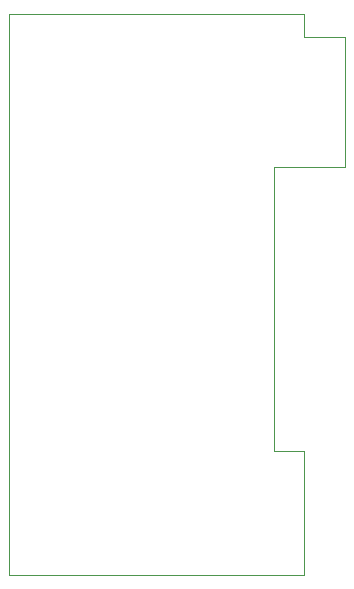
<source format=gbr>
G04*
G04 #@! TF.GenerationSoftware,Altium Limited,Altium Designer,24.9.1 (31)*
G04*
G04 Layer_Color=0*
%FSLAX44Y44*%
%MOMM*%
G71*
G04*
G04 #@! TF.SameCoordinates,E7EBA232-3E41-4796-8E0E-ADA696DDDB0D*
G04*
G04*
G04 #@! TF.FilePolarity,Positive*
G04*
G01*
G75*
%ADD50C,0.0254*%
D50*
X-5000Y-5000D02*
X-5000Y470000D01*
X245000D01*
Y450000D01*
X280000D01*
X280000Y340000D01*
X220000D01*
Y100000D01*
X245000D01*
Y-5000D01*
X-5000D01*
M02*

</source>
